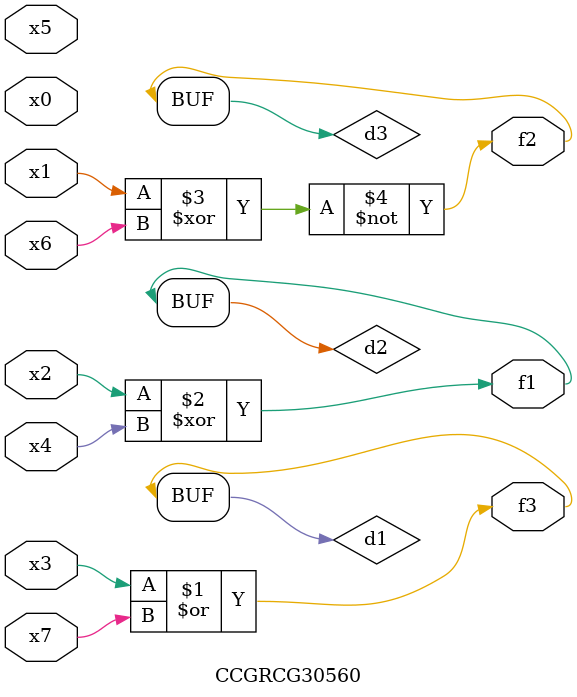
<source format=v>
module CCGRCG30560(
	input x0, x1, x2, x3, x4, x5, x6, x7,
	output f1, f2, f3
);

	wire d1, d2, d3;

	or (d1, x3, x7);
	xor (d2, x2, x4);
	xnor (d3, x1, x6);
	assign f1 = d2;
	assign f2 = d3;
	assign f3 = d1;
endmodule

</source>
